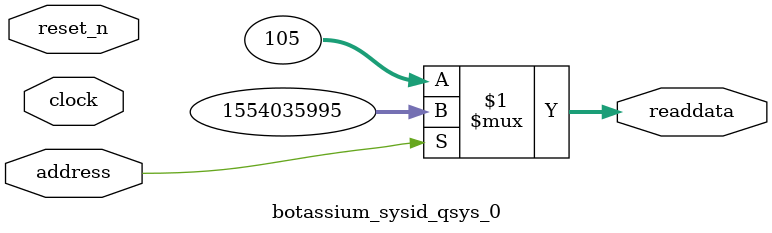
<source format=v>



// synthesis translate_off
`timescale 1ns / 1ps
// synthesis translate_on

// turn off superfluous verilog processor warnings 
// altera message_level Level1 
// altera message_off 10034 10035 10036 10037 10230 10240 10030 

module botassium_sysid_qsys_0 (
               // inputs:
                address,
                clock,
                reset_n,

               // outputs:
                readdata
             )
;

  output  [ 31: 0] readdata;
  input            address;
  input            clock;
  input            reset_n;

  wire    [ 31: 0] readdata;
  //control_slave, which is an e_avalon_slave
  assign readdata = address ? 1554035995 : 105;

endmodule



</source>
